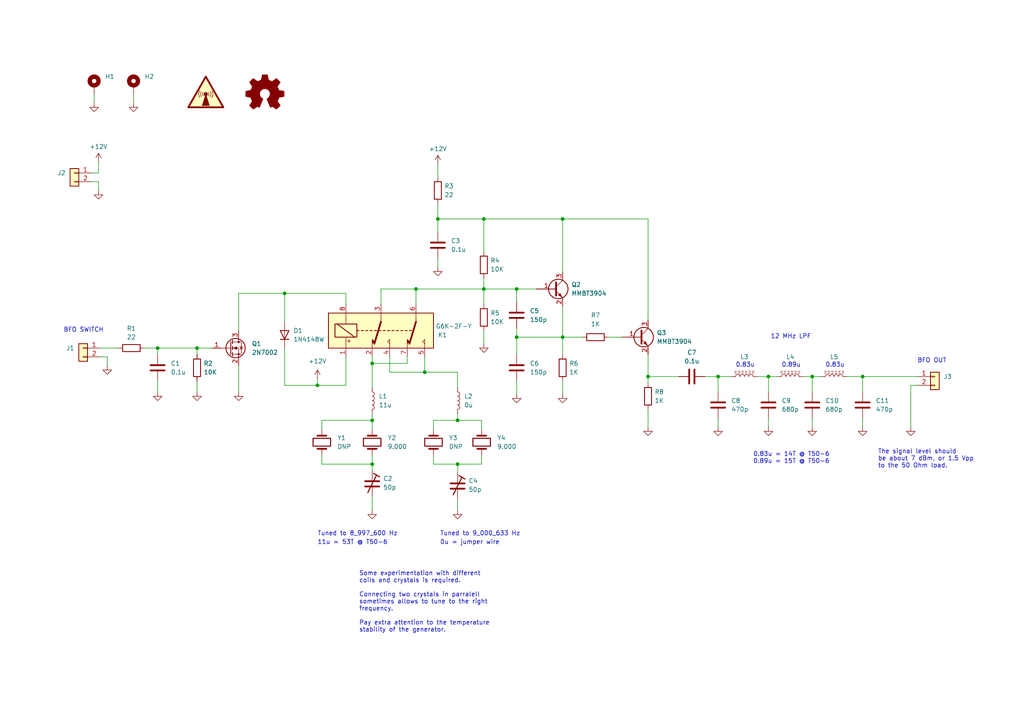
<source format=kicad_sch>
(kicad_sch (version 20230121) (generator eeschema)
  (paper "A4")
  (title_block (title "HBR/MK2 BFO Board") (date "2024-02-03") (rev "1.0"))
  (lib_symbols
    (symbol "Connector_Generic:Conn_01x02" (pin_names (offset 1.016) hide)
      (property "Reference" "J" (at 0 2.54 0))
      (property "Value" "Conn_01x02" (at 0 -5.08 0))
      (symbol "Conn_01x02_1_1"
        (rectangle (start -1.27 -2.413) (end 0 -2.667) (stroke (width 0.1524)))
        (rectangle (start -1.27 0.127) (end 0 -0.127) (stroke (width 0.1524)))
        (rectangle (start -1.27 1.27) (end 1.27 -3.81) (stroke (width 0.254)) (fill (type background)))
        (pin passive line (at -5.08 0 0) (length 3.81) (name "Pin_1") (number "1"))
        (pin passive line (at -5.08 -2.54 0) (length 3.81) (name "Pin_2") (number "2"))
      )
    )
    (symbol "Device:C" (pin_numbers hide) (pin_names (offset 0.254))
      (property "Reference" "C" (at 0.635 2.54 0))
      (property "Value" "C" (at 0.635 -2.54 0))
      (symbol "C_0_1"
        (polyline (pts (xy -2.032 -0.762) (xy 2.032 -0.762)) (stroke (width 0.508)))
        (polyline (pts (xy -2.032 0.762) (xy 2.032 0.762)) (stroke (width 0.508)))
      )
      (symbol "C_1_1"
        (pin passive line (at 0 3.81 270) (length 2.794) (name "~") (number "1"))
        (pin passive line (at 0 -3.81 90) (length 2.794) (name "~") (number "2"))
      )
    )
    (symbol "Device:C_Trim" (pin_numbers hide) (pin_names (offset 0.254) hide)
      (property "Reference" "C" (at 1.524 -2.032 0))
      (property "Value" "C_Trim" (at 3.048 -3.556 0))
      (symbol "C_Trim_0_1"
        (polyline (pts (xy -2.032 -0.762) (xy 2.032 -0.762)) (stroke (width 0.508)))
        (polyline (pts (xy -2.032 0.762) (xy 2.032 0.762)) (stroke (width 0.508)))
        (polyline (pts (xy 1.27 2.54) (xy -1.27 -2.54)) (stroke (width 0.3048)))
        (polyline (pts (xy 1.27 2.54) (xy 0.381 3.048)) (stroke (width 0.3048)))
        (polyline (pts (xy 1.27 2.54) (xy 2.159 2.032)) (stroke (width 0.3048)))
      )
      (symbol "C_Trim_1_1"
        (pin passive line (at 0 3.81 270) (length 3.048) (name "~") (number "1"))
        (pin passive line (at 0 -3.81 90) (length 3.048) (name "~") (number "2"))
      )
    )
    (symbol "Device:Crystal" (pin_numbers hide) (pin_names (offset 1.016) hide)
      (property "Reference" "Y" (at 0 3.81 0))
      (property "Value" "Crystal" (at 0 -3.81 0))
      (symbol "Crystal_0_1"
        (rectangle (start -1.143 2.54) (end 1.143 -2.54) (stroke (width 0.3048)))
        (polyline (pts (xy -2.54 0) (xy -1.905 0)))
        (polyline (pts (xy -1.905 -1.27) (xy -1.905 1.27)) (stroke (width 0.508)))
        (polyline (pts (xy 1.905 -1.27) (xy 1.905 1.27)) (stroke (width 0.508)))
        (polyline (pts (xy 2.54 0) (xy 1.905 0)))
      )
      (symbol "Crystal_1_1"
        (pin passive line (at -3.81 0 0) (length 1.27) (name "1") (number "1"))
        (pin passive line (at 3.81 0 180) (length 1.27) (name "2") (number "2"))
      )
    )
    (symbol "Device:L" (pin_numbers hide) (pin_names (offset 1.016) hide)
      (property "Reference" "L" (at -1.27 0 90))
      (property "Value" "L" (at 1.905 0 90))
      (symbol "L_0_1"
        (arc (start 0 -2.54) (mid 0.6323 -1.905) (end 0 -1.27))
        (arc (start 0 -1.27) (mid 0.6323 -0.635) (end 0 0))
        (arc (start 0 0) (mid 0.6323 0.635) (end 0 1.27))
        (arc (start 0 1.27) (mid 0.6323 1.905) (end 0 2.54))
      )
      (symbol "L_1_1"
        (pin passive line (at 0 3.81 270) (length 1.27) (name "1") (number "1"))
        (pin passive line (at 0 -3.81 90) (length 1.27) (name "2") (number "2"))
      )
    )
    (symbol "Device:L_Ferrite" (pin_numbers hide) (pin_names (offset 1.016) hide)
      (property "Reference" "L" (at -1.27 0 90))
      (property "Value" "L_Ferrite" (at 2.794 0 90))
      (symbol "L_Ferrite_0_1"
        (arc (start 0 -2.54) (mid 0.6323 -1.905) (end 0 -1.27))
        (arc (start 0 -1.27) (mid 0.6323 -0.635) (end 0 0))
        (polyline (pts (xy 1.016 -2.794) (xy 1.016 -2.286)))
        (polyline (pts (xy 1.016 -1.778) (xy 1.016 -1.27)))
        (polyline (pts (xy 1.016 -0.762) (xy 1.016 -0.254)))
        (polyline (pts (xy 1.016 0.254) (xy 1.016 0.762)))
        (polyline (pts (xy 1.016 1.27) (xy 1.016 1.778)))
        (polyline (pts (xy 1.016 2.286) (xy 1.016 2.794)))
        (polyline (pts (xy 1.524 -2.286) (xy 1.524 -2.794)))
        (polyline (pts (xy 1.524 -1.27) (xy 1.524 -1.778)))
        (polyline (pts (xy 1.524 -0.254) (xy 1.524 -0.762)))
        (polyline (pts (xy 1.524 0.762) (xy 1.524 0.254)))
        (polyline (pts (xy 1.524 1.778) (xy 1.524 1.27)))
        (polyline (pts (xy 1.524 2.794) (xy 1.524 2.286)))
        (arc (start 0 0) (mid 0.6323 0.635) (end 0 1.27))
        (arc (start 0 1.27) (mid 0.6323 1.905) (end 0 2.54))
      )
      (symbol "L_Ferrite_1_1"
        (pin passive line (at 0 3.81 270) (length 1.27) (name "1") (number "1"))
        (pin passive line (at 0 -3.81 90) (length 1.27) (name "2") (number "2"))
      )
    )
    (symbol "Device:R" (pin_numbers hide) (pin_names (offset 0))
      (property "Reference" "R" (at 2.032 0 90))
      (property "Value" "R" (at 0 0 90))
      (symbol "R_0_1"
        (rectangle (start -1.016 -2.54) (end 1.016 2.54) (stroke (width 0.254)))
      )
      (symbol "R_1_1"
        (pin passive line (at 0 3.81 270) (length 1.27) (name "~") (number "1"))
        (pin passive line (at 0 -3.81 90) (length 1.27) (name "~") (number "2"))
      )
    )
    (symbol "Diode:1N4148W" (pin_numbers hide) (pin_names hide)
      (property "Reference" "D" (at 0 2.54 0))
      (property "Value" "1N4148W" (at 0 -2.54 0))
      (symbol "1N4148W_0_1"
        (polyline (pts (xy -1.27 1.27) (xy -1.27 -1.27)) (stroke (width 0.254)))
        (polyline (pts (xy 1.27 0) (xy -1.27 0)))
        (polyline (pts (xy 1.27 1.27) (xy 1.27 -1.27) (xy -1.27 0) (xy 1.27 1.27)) (stroke (width 0.254)))
      )
      (symbol "1N4148W_1_1"
        (pin passive line (at -3.81 0 0) (length 2.54) (name "K") (number "1"))
        (pin passive line (at 3.81 0 180) (length 2.54) (name "A") (number "2"))
      )
    )
    (symbol "Graphic:Logo_Open_Hardware_Small" (in_bom no) (on_board no)
      (symbol "Logo_Open_Hardware_Small_0_1"
        (polyline (pts (xy 3.3528 -4.3434) (xy 3.302 -4.318) (xy 3.175 -4.2418) (xy 2.9972 -4.1148) (xy 2.7686 -3.9624) (xy 2.54 -3.81) (xy 2.3622 -3.7084) (xy 2.2352 -3.6068) (xy 2.1844 -3.5814) (xy 2.159 -3.6068) (xy 2.0574 -3.6576) (xy 1.905 -3.7338) (xy 1.8034 -3.7846) (xy 1.6764 -3.8354) (xy 1.6002 -3.8354) (xy 1.6002 -3.8354) (xy 1.5494 -3.7338) (xy 1.4732 -3.5306) (xy 1.3462 -3.302) (xy 1.2446 -3.0226) (xy 1.1176 -2.7178) (xy 0.9652 -2.413) (xy 0.8636 -2.1082) (xy 0.7366 -1.8288) (xy 0.6604 -1.6256) (xy 0.6096 -1.4732) (xy 0.5842 -1.397) (xy 0.5842 -1.397) (xy 0.6604 -1.3208) (xy 0.7874 -1.2446) (xy 1.0414 -1.016) (xy 1.2954 -0.6858) (xy 1.4478 -0.3302) (xy 1.524 0.0762) (xy 1.4732 0.4572) (xy 1.3208 0.8128) (xy 1.0668 1.143) (xy 0.762 1.3716) (xy 0.4064 1.524) (xy 0 1.5748) (xy -0.381 1.5494) (xy -0.7366 1.397) (xy -1.0668 1.143) (xy -1.2192 0.9906) (xy -1.397 0.6604) (xy -1.524 0.3048) (xy -1.524 0.2286) (xy -1.4986 -0.1778) (xy -1.397 -0.5334) (xy -1.1938 -0.8636) (xy -0.9144 -1.143) (xy -0.8636 -1.1684) (xy -0.7366 -1.27) (xy -0.635 -1.3462) (xy -0.5842 -1.397) (xy -1.0668 -2.5908) (xy -1.143 -2.794) (xy -1.2954 -3.1242) (xy -1.397 -3.4036) (xy -1.4986 -3.6322) (xy -1.5748 -3.7846) (xy -1.6002 -3.8354) (xy -1.6002 -3.8354) (xy -1.651 -3.8354) (xy -1.7272 -3.81) (xy -1.905 -3.7338) (xy -2.0066 -3.683) (xy -2.1336 -3.6068) (xy -2.2098 -3.5814) (xy -2.2606 -3.6068) (xy -2.3622 -3.683) (xy -2.54 -3.81) (xy -2.7686 -3.9624) (xy -2.9718 -4.0894) (xy -3.1496 -4.2164) (xy -3.302 -4.318) (xy -3.3528 -4.3434) (xy -3.3782 -4.3434) (xy -3.429 -4.318) (xy -3.5306 -4.2164) (xy -3.7084 -4.064) (xy -3.937 -3.8354) (xy -3.9624 -3.81) (xy -4.1656 -3.6068) (xy -4.318 -3.4544) (xy -4.4196 -3.3274) (xy -4.445 -3.2766) (xy -4.445 -3.2766) (xy -4.4196 -3.2258) (xy -4.318 -3.0734) (xy -4.2164 -2.8956) (xy -4.064 -2.667) (xy -3.6576 -2.0828) (xy -3.8862 -1.5494) (xy -3.937 -1.3716) (xy -4.0386 -1.1684) (xy -4.0894 -1.0414) (xy -4.1148 -0.9652) (xy -4.191 -0.9398) (xy -4.318 -0.9144) (xy -4.5466 -0.8636) (xy -4.8006 -0.8128) (xy -5.0546 -0.7874) (xy -5.2578 -0.7366) (xy -5.4356 -0.7112) (xy -5.5118 -0.6858) (xy -5.5118 -0.6858) (xy -5.5372 -0.635) (xy -5.5372 -0.5588) (xy -5.5372 -0.4318) (xy -5.5626 -0.2286) (xy -5.5626 0.0762) (xy -5.5626 0.127) (xy -5.5372 0.4064) (xy -5.5372 0.635) (xy -5.5372 0.762) (xy -5.5372 0.8382) (xy -5.5372 0.8382) (xy -5.461 0.8382) (xy -5.3086 0.889) (xy -5.08 0.9144) (xy -4.826 0.9652) (xy -4.8006 0.9906) (xy -4.5466 1.0414) (xy -4.318 1.0668) (xy -4.1656 1.1176) (xy -4.0894 1.143) (xy -4.0894 1.143) (xy -4.0386 1.2446) (xy -3.9624 1.4224) (xy -3.8608 1.6256) (xy -3.7846 1.8288) (xy -3.7084 2.0066) (xy -3.6576 2.159) (xy -3.6322 2.2098) (xy -3.6322 2.2098) (xy -3.683 2.286) (xy -3.7592 2.413) (xy -3.8862 2.5908) (xy -4.064 2.8194) (xy -4.064 2.8448) (xy -4.2164 3.0734) (xy -4.3434 3.2512) (xy -4.4196 3.3782) (xy -4.445 3.4544) (xy -4.445 3.4544) (xy -4.3942 3.5052) (xy -4.2926 3.6322) (xy -4.1148 3.81) (xy -3.937 4.0132) (xy -3.8608 4.064) (xy -3.6576 4.2926) (xy -3.5052 4.4196) (xy -3.4036 4.4958) (xy -3.3528 4.5212) (xy -3.3528 4.5212) (xy -3.302 4.4704) (xy -3.1496 4.3688) (xy -2.9718 4.2418) (xy -2.7432 4.0894) (xy -2.7178 4.0894) (xy -2.4892 3.937) (xy -2.3114 3.81) (xy -2.1844 3.7084) (xy -2.1336 3.683) (xy -2.1082 3.683) (xy -2.032 3.7084) (xy -1.8542 3.7592) (xy -1.6764 3.8354) (xy -1.4732 3.937) (xy -1.27 4.0132) (xy -1.143 4.064) (xy -1.0668 4.1148) (xy -1.0668 4.1148) (xy -1.0414 4.191) (xy -1.016 4.3434) (xy -0.9652 4.572) (xy -0.9144 4.8514) (xy -0.889 4.9022) (xy -0.8382 5.1562) (xy -0.8128 5.3848) (xy -0.7874 5.5372) (xy -0.762 5.588) (xy -0.7112 5.6134) (xy -0.5842 5.6134) (xy -0.4064 5.6134) (xy -0.1524 5.6134) (xy 0.0762 5.6134) (xy 0.3302 5.6134) (xy 0.5334 5.6134) (xy 0.6858 5.588) (xy 0.7366 5.588) (xy 0.7366 5.588) (xy 0.762 5.5118) (xy 0.8128 5.334) (xy 0.8382 5.1054) (xy 0.9144 4.826) (xy 0.9144 4.7752) (xy 0.9652 4.5212) (xy 1.016 4.2926) (xy 1.0414 4.1402) (xy 1.0668 4.0894) (xy 1.0668 4.0894) (xy 1.1938 4.0386) (xy 1.3716 3.9624) (xy 1.5748 3.8608) (xy 2.0828 3.6576) (xy 2.7178 4.0894) (xy 2.7686 4.1402) (xy 2.9972 4.2926) (xy 3.175 4.4196) (xy 3.302 4.4958) (xy 3.3782 4.5212) (xy 3.3782 4.5212) (xy 3.429 4.4704) (xy 3.556 4.3434) (xy 3.7338 4.191) (xy 3.9116 3.9878) (xy 4.064 3.8354) (xy 4.2418 3.6576) (xy 4.3434 3.556) (xy 4.4196 3.4798) (xy 4.4196 3.429) (xy 4.4196 3.4036) (xy 4.3942 3.3274) (xy 4.2926 3.2004) (xy 4.1656 2.9972) (xy 4.0132 2.794) (xy 3.8862 2.5908) (xy 3.7592 2.3876) (xy 3.6576 2.2352) (xy 3.6322 2.159) (xy 3.6322 2.1336) (xy 3.683 2.0066) (xy 3.7592 1.8288) (xy 3.8608 1.6002) (xy 4.064 1.1176) (xy 4.3942 1.0414) (xy 4.5974 1.016) (xy 4.8768 0.9652) (xy 5.1308 0.9144) (xy 5.5372 0.8382) (xy 5.5626 -0.6604) (xy 5.4864 -0.6858) (xy 5.4356 -0.6858) (xy 5.2832 -0.7366) (xy 5.0546 -0.762) (xy 4.8006 -0.8128) (xy 4.5974 -0.8636) (xy 4.3688 -0.9144) (xy 4.2164 -0.9398) (xy 4.1402 -0.9398) (xy 4.1148 -0.9652) (xy 4.064 -1.0668) (xy 3.9878 -1.2446) (xy 3.9116 -1.4478) (xy 3.81 -1.651) (xy 3.7338 -1.8542) (xy 3.683 -2.0066) (xy 3.6576 -2.0828) (xy 3.683 -2.1336) (xy 3.7846 -2.2606) (xy 3.8862 -2.4638) (xy 4.0386 -2.667) (xy 4.191 -2.8956) (xy 4.318 -3.0734) (xy 4.3942 -3.2004) (xy 4.445 -3.2766) (xy 4.4196 -3.3274) (xy 4.3434 -3.429) (xy 4.1656 -3.5814) (xy 3.937 -3.8354) (xy 3.8862 -3.8608) (xy 3.683 -4.064) (xy 3.5306 -4.2164) (xy 3.4036 -4.318) (xy 3.3528 -4.3434)) (fill (type outline)))
      )
    )
    (symbol "Graphic:SYM_Radio_Waves_Large" (in_bom no) (on_board no)
      (symbol "SYM_Radio_Waves_Large_0_1"
        (arc (start -1.778 -0.254) (mid -2.0478 -1.27) (end -1.778 -2.286))
        (arc (start -1.27 -0.508) (mid -1.4811 -1.27) (end -1.27 -2.032))
        (arc (start -0.762 -0.762) (mid -0.9158 -1.27) (end -0.762 -1.778))
        (circle (center 0 -1.27) (radius 0.508) (fill (type outline)))
        (polyline (pts (xy -5.08 -5.08) (xy 5.08 -5.08) (xy 0 3.81) (xy -5.08 -5.08)) (stroke (width 0.508)) (fill (type background)))
        (polyline (pts (xy -1.016 -4.572) (xy 1.016 -4.572) (xy 0 -1.27) (xy -1.016 -4.572)) (fill (type outline)))
        (arc (start 0.762 -1.778) (mid 0.9158 -1.27) (end 0.762 -0.762))
        (arc (start 1.27 -2.032) (mid 1.4811 -1.27) (end 1.27 -0.508))
        (arc (start 1.778 -2.286) (mid 2.0478 -1.27) (end 1.778 -0.254))
      )
    )
    (symbol "Mechanical:MountingHole_Pad" (pin_numbers hide) (pin_names (offset 1.016) hide)
      (property "Reference" "H" (at 0 6.35 0))
      (property "Value" "MountingHole_Pad" (at 0 4.445 0))
      (symbol "MountingHole_Pad_0_1"
        (circle (center 0 1.27) (radius 1.27) (stroke (width 1.27)))
      )
      (symbol "MountingHole_Pad_1_1"
        (pin input line (at 0 -2.54 90) (length 2.54) (name "1") (number "1"))
      )
    )
    (symbol "Relay:G6K-2"
      (property "Reference" "K" (at 16.51 3.81 0))
      (property "Value" "G6K-2" (at 16.51 1.27 0))
      (symbol "G6K-2_0_0"
        (text "+" (at -9.271 2.921 0) (effects (font (size 1.27 1.27))))
      )
      (symbol "G6K-2_0_1"
        (rectangle (start -15.24 5.08) (end 15.24 -5.08) (stroke (width 0.254)) (fill (type background)))
        (rectangle (start -13.335 1.905) (end -6.985 -1.905) (stroke (width 0.254)))
        (polyline (pts (xy -12.7 -1.905) (xy -7.62 1.905)) (stroke (width 0.254)))
        (polyline (pts (xy -10.16 -5.08) (xy -10.16 -1.905)))
        (polyline (pts (xy -10.16 5.08) (xy -10.16 1.905)))
        (polyline (pts (xy -6.985 0) (xy -6.35 0)) (stroke (width 0.254)))
        (polyline (pts (xy -5.715 0) (xy -5.08 0)) (stroke (width 0.254)))
        (polyline (pts (xy -4.445 0) (xy -3.81 0)) (stroke (width 0.254)))
        (polyline (pts (xy -3.175 0) (xy -2.54 0)) (stroke (width 0.254)))
        (polyline (pts (xy -1.905 0) (xy -1.27 0)) (stroke (width 0.254)))
        (polyline (pts (xy -0.635 0) (xy 0 0)) (stroke (width 0.254)))
        (polyline (pts (xy 0 -2.54) (xy -1.905 3.81)) (stroke (width 0.508)))
        (polyline (pts (xy 0 -2.54) (xy 0 -5.08)))
        (polyline (pts (xy 0.635 0) (xy 1.27 0)) (stroke (width 0.254)))
        (polyline (pts (xy 1.905 0) (xy 2.54 0)) (stroke (width 0.254)))
        (polyline (pts (xy 3.175 0) (xy 3.81 0)) (stroke (width 0.254)))
        (polyline (pts (xy 4.445 0) (xy 5.08 0)) (stroke (width 0.254)))
        (polyline (pts (xy 5.715 0) (xy 6.35 0)) (stroke (width 0.254)))
        (polyline (pts (xy 6.985 0) (xy 7.62 0)) (stroke (width 0.254)))
        (polyline (pts (xy 8.255 0) (xy 8.89 0)) (stroke (width 0.254)))
        (polyline (pts (xy 10.16 -2.54) (xy 8.255 3.81)) (stroke (width 0.508)))
        (polyline (pts (xy 10.16 -2.54) (xy 10.16 -5.08)))
        (polyline (pts (xy -2.54 5.08) (xy -2.54 2.54) (xy -1.905 3.175) (xy -2.54 3.81)) (fill (type outline)))
        (polyline (pts (xy 2.54 5.08) (xy 2.54 2.54) (xy 1.905 3.175) (xy 2.54 3.81)))
        (polyline (pts (xy 7.62 5.08) (xy 7.62 2.54) (xy 8.255 3.175) (xy 7.62 3.81)) (fill (type outline)))
        (polyline (pts (xy 12.7 5.08) (xy 12.7 2.54) (xy 12.065 3.175) (xy 12.7 3.81)))
      )
      (symbol "G6K-2_1_1"
        (pin passive line (at -10.16 7.62 270) (length 2.54) (name "~") (number "1"))
        (pin passive line (at -2.54 7.62 270) (length 2.54) (name "~") (number "2"))
        (pin passive line (at 0 -7.62 90) (length 2.54) (name "~") (number "3"))
        (pin passive line (at 2.54 7.62 270) (length 2.54) (name "~") (number "4"))
        (pin passive line (at 12.7 7.62 270) (length 2.54) (name "~") (number "5"))
        (pin passive line (at 10.16 -7.62 90) (length 2.54) (name "~") (number "6"))
        (pin passive line (at 7.62 7.62 270) (length 2.54) (name "~") (number "7"))
        (pin passive line (at -10.16 -7.62 90) (length 2.54) (name "~") (number "8"))
      )
    )
    (symbol "Transistor_BJT:MMBT3904" (pin_names (offset 0) hide)
      (property "Reference" "Q" (at 5.08 1.905 0))
      (property "Value" "MMBT3904" (at 5.08 0 0))
      (symbol "MMBT3904_0_1"
        (polyline (pts (xy 0.635 0.635) (xy 2.54 2.54)))
        (polyline (pts (xy 0.635 -0.635) (xy 2.54 -2.54) (xy 2.54 -2.54)))
        (polyline (pts (xy 0.635 1.905) (xy 0.635 -1.905) (xy 0.635 -1.905)) (stroke (width 0.508)))
        (polyline (pts (xy 1.27 -1.778) (xy 1.778 -1.27) (xy 2.286 -2.286) (xy 1.27 -1.778) (xy 1.27 -1.778)) (fill (type outline)))
        (circle (center 1.27 0) (radius 2.8194) (stroke (width 0.254)))
      )
      (symbol "MMBT3904_1_1"
        (pin input line (at -5.08 0 0) (length 5.715) (name "B") (number "1"))
        (pin passive line (at 2.54 -5.08 90) (length 2.54) (name "E") (number "2"))
        (pin passive line (at 2.54 5.08 270) (length 2.54) (name "C") (number "3"))
      )
    )
    (symbol "Transistor_FET:2N7002" (pin_names hide)
      (property "Reference" "Q" (at 5.08 1.905 0))
      (property "Value" "2N7002" (at 5.08 0 0))
      (symbol "2N7002_0_1"
        (polyline (pts (xy 0.254 0) (xy -2.54 0)))
        (polyline (pts (xy 0.254 1.905) (xy 0.254 -1.905)) (stroke (width 0.254)))
        (polyline (pts (xy 0.762 -1.27) (xy 0.762 -2.286)) (stroke (width 0.254)))
        (polyline (pts (xy 0.762 0.508) (xy 0.762 -0.508)) (stroke (width 0.254)))
        (polyline (pts (xy 0.762 2.286) (xy 0.762 1.27)) (stroke (width 0.254)))
        (polyline (pts (xy 2.54 2.54) (xy 2.54 1.778)))
        (polyline (pts (xy 2.54 -2.54) (xy 2.54 0) (xy 0.762 0)))
        (polyline (pts (xy 0.762 -1.778) (xy 3.302 -1.778) (xy 3.302 1.778) (xy 0.762 1.778)))
        (polyline (pts (xy 1.016 0) (xy 2.032 0.381) (xy 2.032 -0.381) (xy 1.016 0)) (fill (type outline)))
        (polyline (pts (xy 2.794 0.508) (xy 2.921 0.381) (xy 3.683 0.381) (xy 3.81 0.254)))
        (polyline (pts (xy 3.302 0.381) (xy 2.921 -0.254) (xy 3.683 -0.254) (xy 3.302 0.381)))
        (circle (center 1.651 0) (radius 2.794) (stroke (width 0.254)))
        (circle (center 2.54 -1.778) (radius 0.254) (fill (type outline)))
        (circle (center 2.54 1.778) (radius 0.254) (fill (type outline)))
      )
      (symbol "2N7002_1_1"
        (pin input line (at -5.08 0 0) (length 2.54) (name "G") (number "1"))
        (pin passive line (at 2.54 -5.08 90) (length 2.54) (name "S") (number "2"))
        (pin passive line (at 2.54 5.08 270) (length 2.54) (name "D") (number "3"))
      )
    )
    (symbol "power:+12V" (power) (pin_names (offset 0))
      (property "Value" "+12V" (at 0 3.556 0))
      (symbol "+12V_0_1"
        (polyline (pts (xy -0.762 1.27) (xy 0 2.54)))
        (polyline (pts (xy 0 0) (xy 0 2.54)))
        (polyline (pts (xy 0 2.54) (xy 0.762 1.27)))
      )
      (symbol "+12V_1_1"
        (pin power_in line (at 0 0 90) (length 0) hide (name "+12V") (number "1"))
      )
    )
    (symbol "power:GND" (power) (pin_names (offset 0))
      (property "Value" "GND" (at 0 -3.81 0))
      (symbol "GND_0_1"
        (polyline (pts (xy 0 0) (xy 0 -1.27) (xy 1.27 -1.27) (xy 0 -2.54) (xy -1.27 -1.27) (xy 0 -1.27)))
      )
      (symbol "GND_1_1"
        (pin power_in line (at 0 0 270) (length 0) hide (name "GND") (number "1"))
      )
    )
  )
  (junction (at 163.195 63.5))
  (junction (at 82.55 85.09))
  (junction (at 250.19 109.22))
  (junction (at 123.19 107.95))
  (junction (at 132.715 121.92))
  (junction (at 140.335 63.5))
  (junction (at 127 63.5))
  (junction (at 149.86 97.79))
  (junction (at 107.95 105.41))
  (junction (at 107.95 134.62))
  (junction (at 120.65 83.82))
  (junction (at 107.95 121.92))
  (junction (at 163.195 97.79))
  (junction (at 208.28 109.22))
  (junction (at 187.96 109.22))
  (junction (at 57.15 100.965))
  (junction (at 149.86 83.82))
  (junction (at 45.72 100.965))
  (junction (at 92.075 111.76))
  (junction (at 140.335 83.82))
  (junction (at 222.885 109.22))
  (junction (at 132.715 134.62))
  (junction (at 235.585 109.22))
  (wire (pts (xy 140.335 63.5) (xy 163.195 63.5)))
  (wire (pts (xy 123.19 107.95) (xy 132.715 107.95)))
  (wire (pts (xy 27.305 27.305) (xy 27.305 29.845)))
  (wire (pts (xy 107.95 134.62) (xy 107.95 136.525)))
  (wire (pts (xy 233.045 109.22) (xy 235.585 109.22)))
  (wire (pts (xy 132.715 134.62) (xy 132.715 137.16)))
  (wire (pts (xy 187.96 109.22) (xy 187.96 111.125)))
  (wire (pts (xy 57.15 100.965) (xy 57.15 102.87)))
  (wire (pts (xy 222.885 109.22) (xy 225.425 109.22)))
  (wire (pts (xy 140.335 95.885) (xy 140.335 99.695)))
  (wire (pts (xy 222.885 109.22) (xy 222.885 113.665)))
  (wire (pts (xy 163.195 97.79) (xy 168.91 97.79)))
  (wire (pts (xy 187.96 63.5) (xy 163.195 63.5)))
  (wire (pts (xy 125.73 121.92) (xy 132.715 121.92)))
  (wire (pts (xy 264.16 111.76) (xy 266.065 111.76)))
  (wire (pts (xy 204.47 109.22) (xy 208.28 109.22)))
  (wire (pts (xy 208.28 109.22) (xy 208.28 113.665)))
  (wire (pts (xy 163.195 88.9) (xy 163.195 97.79)))
  (wire (pts (xy 127 63.5) (xy 127 67.31)))
  (wire (pts (xy 219.71 109.22) (xy 222.885 109.22)))
  (wire (pts (xy 118.11 105.41) (xy 118.11 103.505)))
  (wire (pts (xy 163.195 63.5) (xy 163.195 78.74)))
  (wire (pts (xy 187.96 109.22) (xy 196.85 109.22)))
  (wire (pts (xy 149.86 95.25) (xy 149.86 97.79)))
  (wire (pts (xy 132.715 121.92) (xy 132.715 120.015)))
  (wire (pts (xy 163.195 97.79) (xy 163.195 102.87)))
  (wire (pts (xy 57.15 110.49) (xy 57.15 113.665)))
  (wire (pts (xy 127 63.5) (xy 140.335 63.5)))
  (wire (pts (xy 110.49 88.265) (xy 110.49 83.82)))
  (wire (pts (xy 110.49 83.82) (xy 120.65 83.82)))
  (wire (pts (xy 139.7 121.92) (xy 139.7 124.46)))
  (wire (pts (xy 113.03 103.505) (xy 113.03 107.95)))
  (wire (pts (xy 140.335 63.5) (xy 140.335 73.025)))
  (wire (pts (xy 187.96 63.5) (xy 187.96 92.71)))
  (wire (pts (xy 245.745 109.22) (xy 250.19 109.22)))
  (wire (pts (xy 235.585 121.285) (xy 235.585 123.825)))
  (wire (pts (xy 250.19 109.22) (xy 266.065 109.22)))
  (wire (pts (xy 132.715 144.78) (xy 132.715 147.955)))
  (wire (pts (xy 69.215 106.045) (xy 69.215 113.665)))
  (wire (pts (xy 93.345 121.92) (xy 107.95 121.92)))
  (wire (pts (xy 176.53 97.79) (xy 180.34 97.79)))
  (wire (pts (xy 28.575 50.165) (xy 28.575 46.99)))
  (wire (pts (xy 93.345 134.62) (xy 107.95 134.62)))
  (wire (pts (xy 208.28 121.285) (xy 208.28 123.825)))
  (wire (pts (xy 113.03 107.95) (xy 123.19 107.95)))
  (wire (pts (xy 38.735 27.305) (xy 38.735 29.845)))
  (wire (pts (xy 92.075 111.76) (xy 100.33 111.76)))
  (wire (pts (xy 107.95 144.145) (xy 107.95 147.955)))
  (wire (pts (xy 250.19 121.285) (xy 250.19 123.825)))
  (wire (pts (xy 28.575 52.705) (xy 28.575 55.245)))
  (wire (pts (xy 107.95 105.41) (xy 107.95 112.395)))
  (wire (pts (xy 45.72 100.965) (xy 57.15 100.965)))
  (wire (pts (xy 82.55 100.965) (xy 82.55 111.76)))
  (wire (pts (xy 92.075 109.855) (xy 92.075 111.76)))
  (wire (pts (xy 187.96 102.87) (xy 187.96 109.22)))
  (wire (pts (xy 208.28 109.22) (xy 212.09 109.22)))
  (wire (pts (xy 132.715 134.62) (xy 139.7 134.62)))
  (wire (pts (xy 125.73 134.62) (xy 132.715 134.62)))
  (wire (pts (xy 140.335 83.82) (xy 140.335 88.265)))
  (wire (pts (xy 41.91 100.965) (xy 45.72 100.965)))
  (wire (pts (xy 264.16 123.825) (xy 264.16 111.76)))
  (wire (pts (xy 127 59.055) (xy 127 63.5)))
  (wire (pts (xy 57.15 100.965) (xy 61.595 100.965)))
  (wire (pts (xy 93.345 124.46) (xy 93.345 121.92)))
  (wire (pts (xy 127 74.93) (xy 127 77.47)))
  (wire (pts (xy 222.885 121.285) (xy 222.885 123.825)))
  (wire (pts (xy 107.95 121.92) (xy 107.95 120.015)))
  (wire (pts (xy 235.585 109.22) (xy 235.585 113.665)))
  (wire (pts (xy 107.95 105.41) (xy 118.11 105.41)))
  (wire (pts (xy 69.215 85.09) (xy 69.215 95.885)))
  (wire (pts (xy 26.67 50.165) (xy 28.575 50.165)))
  (wire (pts (xy 120.65 83.82) (xy 140.335 83.82)))
  (wire (pts (xy 107.95 124.46) (xy 107.95 121.92)))
  (wire (pts (xy 31.115 103.505) (xy 29.21 103.505)))
  (wire (pts (xy 127 47.625) (xy 127 51.435)))
  (wire (pts (xy 69.215 85.09) (xy 82.55 85.09)))
  (wire (pts (xy 155.575 83.82) (xy 149.86 83.82)))
  (wire (pts (xy 125.73 124.46) (xy 125.73 121.92)))
  (wire (pts (xy 29.21 100.965) (xy 34.29 100.965)))
  (wire (pts (xy 107.95 132.08) (xy 107.95 134.62)))
  (wire (pts (xy 120.65 83.82) (xy 120.65 88.265)))
  (wire (pts (xy 100.33 85.09) (xy 100.33 88.265)))
  (wire (pts (xy 93.345 132.08) (xy 93.345 134.62)))
  (wire (pts (xy 140.335 83.82) (xy 140.335 80.645)))
  (wire (pts (xy 125.73 132.08) (xy 125.73 134.62)))
  (wire (pts (xy 123.19 103.505) (xy 123.19 107.95)))
  (wire (pts (xy 31.115 103.505) (xy 31.115 106.045)))
  (wire (pts (xy 100.33 111.76) (xy 100.33 103.505)))
  (wire (pts (xy 45.72 100.965) (xy 45.72 102.87)))
  (wire (pts (xy 82.55 85.09) (xy 82.55 93.345)))
  (wire (pts (xy 132.715 121.92) (xy 139.7 121.92)))
  (wire (pts (xy 187.96 118.745) (xy 187.96 123.825)))
  (wire (pts (xy 163.195 110.49) (xy 163.195 114.3)))
  (wire (pts (xy 235.585 109.22) (xy 238.125 109.22)))
  (wire (pts (xy 132.715 107.95) (xy 132.715 112.395)))
  (wire (pts (xy 149.86 110.49) (xy 149.86 114.3)))
  (wire (pts (xy 149.86 83.82) (xy 140.335 83.82)))
  (wire (pts (xy 107.95 103.505) (xy 107.95 105.41)))
  (wire (pts (xy 82.55 85.09) (xy 100.33 85.09)))
  (wire (pts (xy 82.55 111.76) (xy 92.075 111.76)))
  (wire (pts (xy 26.67 52.705) (xy 28.575 52.705)))
  (wire (pts (xy 149.86 97.79) (xy 149.86 102.87)))
  (wire (pts (xy 149.86 97.79) (xy 163.195 97.79)))
  (wire (pts (xy 139.7 134.62) (xy 139.7 132.08)))
  (wire (pts (xy 250.19 109.22) (xy 250.19 113.665)))
  (wire (pts (xy 149.86 83.82) (xy 149.86 87.63)))
  (wire (pts (xy 45.72 110.49) (xy 45.72 113.665)))
  (text "BFO SWITCH" (at 18.415 96.52 0) (effects (font (size 1.27 1.27)) (justify left bottom)))
  (text "The signal level should\nbe about 7 dBm, or 1.5 Vpp\nto the 50 Ohm load." (at 254.635 135.89 0) (effects (font (size 1.27 1.27)) (justify left bottom)))
  (text "Some experimentation with different\ncoils and crystals is required.\n\nConnecting two crystals in parralell\nsometimes allows to tune to the right\nfrequency.\n\nPay extra attention to the temperature\nstability of the generator." (at 104.14 183.515 0) (effects (font (size 1.27 1.27)) (justify left bottom)))
  (text "0.83u" (at 213.36 106.68 0) (effects (font (size 1.27 1.27)) (justify left bottom)))
  (text "Tuned to 9_000_633 Hz" (at 127.635 155.575 0) (effects (font (size 1.27 1.27)) (justify left bottom)))
  (text "11u = 53T @ T50-6" (at 92.075 158.115 0) (effects (font (size 1.27 1.27)) (justify left bottom)))
  (text "0u = jumper wire" (at 127.635 158.115 0) (effects (font (size 1.27 1.27)) (justify left bottom)))
  (text "0.89u" (at 226.695 106.68 0) (effects (font (size 1.27 1.27)) (justify left bottom)))
  (text "0.83u" (at 239.395 106.68 0) (effects (font (size 1.27 1.27)) (justify left bottom)))
  (text "Tuned to 8_997_600 Hz" (at 92.075 155.575 0) (effects (font (size 1.27 1.27)) (justify left bottom)))
  (text "12 MHz LPF" (at 223.52 98.425 0) (effects (font (size 1.27 1.27)) (justify left bottom)))
  (text "0.83u = 14T @ T50-6\n0.89u = 15T @ T50-6" (at 218.44 134.62 0) (effects (font (size 1.27 1.27)) (justify left bottom)))
  (text "BFO OUT" (at 266.065 105.41 0) (effects (font (size 1.27 1.27)) (justify left bottom)))
  (symbol (lib_id "power:GND") (at 31.115 106.045 0) (unit 1)
    (property "Reference" "#PWR02" (effects hide))
    (property "Value" "GND" (effects hide))
  )
  (symbol (lib_id "Graphic:SYM_Radio_Waves_Large") (at 59.69 26.035 0) (unit 1) (in_bom no)
    (property "Reference" "SYM1" (effects hide))
    (property "Value" "SYM_Radio_Waves_Large" (effects hide))
    (property "Footprint" "Symbol:KiCad-Logo2_5mm_SilkScreen" (effects hide))
    (property "Sim.Enable" "0" (effects hide))
  )
  (symbol (lib_id "Device:Crystal") (at 139.7 128.27 90) (unit 1)
    (property "Reference" "Y4" (at 144.145 127 90) (effects (justify right)))
    (property "Value" "9.000" (at 144.145 129.54 90) (effects (justify right)))
    (property "Footprint" "Crystal:Crystal_HC49-U_Vertical" (effects hide))
  )
  (symbol (lib_id "Device:Crystal") (at 107.95 128.27 90) (unit 1)
    (property "Reference" "Y2" (at 112.395 127 90) (effects (justify right)))
    (property "Value" "9.000" (at 112.395 129.54 90) (effects (justify right)))
    (property "Footprint" "Crystal:Crystal_HC49-U_Vertical" (effects hide))
  )
  (symbol (lib_id "Transistor_BJT:MMBT3904") (at 185.42 97.79 0) (unit 1)
    (property "Reference" "Q3" (at 190.5 96.52 0) (effects (justify left)))
    (property "Value" "MMBT3904" (at 190.5 99.06 0) (effects (justify left)))
    (property "Footprint" "Package_TO_SOT_SMD:SOT-23" (effects hide))
    (property "Datasheet" "https://www.onsemi.com/pdf/datasheet/pzt3904-d.pdf" (effects hide))
  )
  (symbol (lib_id "power:GND") (at 69.215 113.665 0) (unit 1)
    (property "Reference" "#PWR08" (effects hide))
    (property "Value" "GND" (effects hide))
  )
  (symbol (lib_id "power:GND") (at 38.735 29.845 0) (unit 1)
    (property "Reference" "#PWR05" (effects hide))
    (property "Value" "GND" (effects hide))
  )
  (symbol (lib_id "Mechanical:MountingHole_Pad") (at 27.305 24.765 0) (unit 1) (in_bom no)
    (property "Reference" "H1" (at 30.48 22.225 0) (effects (justify left)))
    (property "Value" "MountingHole_Pad" (effects hide))
    (property "Footprint" "MountingHole:MountingHole_3.5mm_Pad_Via" (effects hide))
  )
  (symbol (lib_id "Mechanical:MountingHole_Pad") (at 38.735 24.765 0) (unit 1) (in_bom no)
    (property "Reference" "H2" (at 41.91 22.225 0) (effects (justify left)))
    (property "Value" "MountingHole_Pad" (effects hide))
    (property "Footprint" "MountingHole:MountingHole_3.5mm_Pad_Via" (effects hide))
  )
  (symbol (lib_id "Connector_Generic:Conn_01x02") (at 24.13 100.965 0) (mirror y) (unit 1) (in_bom no)
    (property "Reference" "J1" (at 21.59 100.965 0) (effects (justify left)))
    (property "Value" "Conn_01x02" (effects hide))
    (property "Footprint" "Connector_PinHeader_2.54mm:PinHeader_1x02_P2.54mm_Vertical" (effects hide))
  )
  (symbol (lib_id "Device:R") (at 140.335 92.075 0) (unit 1)
    (property "Reference" "R5" (at 142.24 90.805 0) (effects (justify left)))
    (property "Value" "10K" (at 142.24 93.345 0) (effects (justify left)))
    (property "Footprint" "Resistor_SMD:R_0805_2012Metric_Pad1.20x1.40mm_HandSolder" (effects hide))
  )
  (symbol (lib_id "Transistor_BJT:MMBT3904") (at 160.655 83.82 0) (unit 1)
    (property "Reference" "Q2" (at 165.735 82.55 0) (effects (justify left)))
    (property "Value" "MMBT3904" (at 165.735 85.09 0) (effects (justify left)))
    (property "Footprint" "Package_TO_SOT_SMD:SOT-23" (effects hide))
    (property "Datasheet" "https://www.onsemi.com/pdf/datasheet/pzt3904-d.pdf" (effects hide))
  )
  (symbol (lib_id "power:GND") (at 222.885 123.825 0) (unit 1)
    (property "Reference" "#PWR019" (effects hide))
    (property "Value" "GND" (effects hide))
  )
  (symbol (lib_id "power:GND") (at 27.305 29.845 0) (unit 1)
    (property "Reference" "#PWR01" (effects hide))
    (property "Value" "GND" (effects hide))
  )
  (symbol (lib_id "Device:R") (at 38.1 100.965 90) (unit 1)
    (property "Reference" "R1" (at 38.1 95.25 90))
    (property "Value" "22" (at 38.1 97.79 90))
    (property "Footprint" "Resistor_SMD:R_0805_2012Metric_Pad1.20x1.40mm_HandSolder" (effects hide))
  )
  (symbol (lib_id "power:GND") (at 132.715 147.955 0) (unit 1)
    (property "Reference" "#PWR013" (effects hide))
    (property "Value" "GND" (effects hide))
  )
  (symbol (lib_id "Transistor_FET:2N7002") (at 66.675 100.965 0) (unit 1)
    (property "Reference" "Q1" (at 73.025 99.695 0) (effects (justify left)))
    (property "Value" "2N7002" (at 73.025 102.235 0) (effects (justify left)))
    (property "Footprint" "Package_TO_SOT_SMD:SOT-23" (effects hide))
    (property "Datasheet" "https://www.onsemi.com/pub/Collateral/NDS7002A-D.PDF" (effects hide))
  )
  (symbol (lib_id "power:+12V") (at 127 47.625 0) (unit 1)
    (property "Reference" "#PWR011" (effects hide))
    (property "Value" "+12V" (at 127 43.18 0))
  )
  (symbol (lib_id "Device:R") (at 127 55.245 0) (unit 1)
    (property "Reference" "R3" (at 128.905 53.975 0) (effects (justify left)))
    (property "Value" "22" (at 128.905 56.515 0) (effects (justify left)))
    (property "Footprint" "Resistor_SMD:R_0805_2012Metric_Pad1.20x1.40mm_HandSolder" (effects hide))
  )
  (symbol (lib_id "power:GND") (at 149.86 114.3 0) (unit 1)
    (property "Reference" "#PWR015" (effects hide))
    (property "Value" "GND" (effects hide))
  )
  (symbol (lib_id "power:GND") (at 140.335 99.695 0) (unit 1)
    (property "Reference" "#PWR014" (effects hide))
    (property "Value" "GND" (effects hide))
  )
  (symbol (lib_id "Device:C") (at 222.885 117.475 0) (unit 1)
    (property "Reference" "C9" (at 226.695 116.205 0) (effects (justify left)))
    (property "Value" "680p" (at 226.695 118.745 0) (effects (justify left)))
    (property "Footprint" "Capacitor_SMD:C_0805_2012Metric_Pad1.18x1.45mm_HandSolder" (effects hide))
  )
  (symbol (lib_id "Device:R") (at 163.195 106.68 0) (unit 1)
    (property "Reference" "R6" (at 165.1 105.41 0) (effects (justify left)))
    (property "Value" "1K" (at 165.1 107.95 0) (effects (justify left)))
    (property "Footprint" "Resistor_SMD:R_0805_2012Metric_Pad1.20x1.40mm_HandSolder" (effects hide))
  )
  (symbol (lib_id "power:GND") (at 45.72 113.665 0) (unit 1)
    (property "Reference" "#PWR06" (effects hide))
    (property "Value" "GND" (effects hide))
  )
  (symbol (lib_id "Diode:1N4148W") (at 82.55 97.155 90) (unit 1)
    (property "Reference" "D1" (at 85.09 95.885 90) (effects (justify right)))
    (property "Value" "1N4148W" (at 85.09 98.425 90) (effects (justify right)))
    (property "Footprint" "Diode_SMD:D_SOD-123" (effects hide))
    (property "Datasheet" "https://www.vishay.com/docs/85748/1n4148w.pdf" (effects hide))
    (property "Sim.Device" "D" (effects hide))
    (property "Sim.Pins" "1=K 2=A" (effects hide))
  )
  (symbol (lib_id "power:GND") (at 28.575 55.245 0) (unit 1)
    (property "Reference" "#PWR04" (effects hide))
    (property "Value" "GND" (effects hide))
  )
  (symbol (lib_id "Graphic:Logo_Open_Hardware_Small") (at 76.835 27.305 0) (unit 1) (in_bom no)
    (property "Reference" "SYM2" (effects hide))
    (property "Value" "Logo_Open_Hardware_Small" (effects hide))
    (property "Footprint" "Symbol:OSHW-Logo2_9.8x8mm_SilkScreen" (effects hide))
    (property "Sim.Enable" "0" (effects hide))
  )
  (symbol (lib_id "Device:Crystal") (at 93.345 128.27 90) (unit 1) (in_bom no)
    (property "Reference" "Y1" (at 97.79 127 90) (effects (justify right)))
    (property "Value" "DNP" (at 97.79 129.54 90) (effects (justify right)))
    (property "Footprint" "Crystal:Crystal_HC49-U_Vertical" (effects hide))
  )
  (symbol (lib_id "Device:C_Trim") (at 107.95 140.335 0) (unit 1)
    (property "Reference" "C2" (at 111.125 138.811 0) (effects (justify left)))
    (property "Value" "50p" (at 111.125 141.351 0) (effects (justify left)))
    (property "Footprint" "My_Library:C_Trim_THD_L7.0mm_W6.5mm_P5.00mm" (effects hide))
  )
  (symbol (lib_id "Device:L") (at 107.95 116.205 0) (unit 1) (in_bom no)
    (property "Reference" "L1" (at 109.855 114.935 0) (effects (justify left)))
    (property "Value" "11u" (at 109.855 117.475 0) (effects (justify left)))
    (property "Footprint" "Inductor_THT:L_Axial_L7.0mm_D3.3mm_P12.70mm_Horizontal_Fastron_MICC" (effects hide))
  )
  (symbol (lib_id "Device:L_Ferrite") (at 229.235 109.22 90) (unit 1)
    (property "Reference" "L4" (at 229.235 103.505 90))
    (property "Value" "T50-6" (effects hide))
    (property "Footprint" "Inductor_THT:L_Toroid_Vertical_L13.0mm_W6.5mm_P5.60mm" (effects hide))
  )
  (symbol (lib_id "power:GND") (at 187.96 123.825 0) (unit 1)
    (property "Reference" "#PWR017" (effects hide))
    (property "Value" "GND" (effects hide))
  )
  (symbol (lib_id "power:GND") (at 208.28 123.825 0) (unit 1)
    (property "Reference" "#PWR018" (effects hide))
    (property "Value" "GND" (effects hide))
  )
  (symbol (lib_id "Device:C") (at 127 71.12 0) (unit 1)
    (property "Reference" "C3" (at 130.81 69.85 0) (effects (justify left)))
    (property "Value" "0.1u" (at 130.81 72.39 0) (effects (justify left)))
    (property "Footprint" "Capacitor_SMD:C_0805_2012Metric_Pad1.18x1.45mm_HandSolder" (effects hide))
  )
  (symbol (lib_id "Device:L_Ferrite") (at 215.9 109.22 90) (unit 1)
    (property "Reference" "L3" (at 215.9 103.505 90))
    (property "Value" "T50-6" (effects hide))
    (property "Footprint" "Inductor_THT:L_Toroid_Vertical_L13.0mm_W6.5mm_P5.60mm" (effects hide))
  )
  (symbol (lib_id "Device:C") (at 45.72 106.68 0) (unit 1)
    (property "Reference" "C1" (at 49.53 105.41 0) (effects (justify left)))
    (property "Value" "0.1u" (at 49.53 107.95 0) (effects (justify left)))
    (property "Footprint" "Capacitor_SMD:C_0805_2012Metric_Pad1.18x1.45mm_HandSolder" (effects hide))
  )
  (symbol (lib_id "power:GND") (at 264.16 123.825 0) (unit 1)
    (property "Reference" "#PWR022" (effects hide))
    (property "Value" "GND" (effects hide))
  )
  (symbol (lib_id "Device:L_Ferrite") (at 241.935 109.22 90) (unit 1)
    (property "Reference" "L5" (at 241.935 103.505 90))
    (property "Value" "T50-6" (effects hide))
    (property "Footprint" "Inductor_THT:L_Toroid_Vertical_L13.0mm_W6.5mm_P5.60mm" (effects hide))
  )
  (symbol (lib_id "Device:R") (at 172.72 97.79 90) (unit 1)
    (property "Reference" "R7" (at 172.72 91.44 90))
    (property "Value" "1K" (at 172.72 93.98 90))
    (property "Footprint" "Resistor_SMD:R_0805_2012Metric_Pad1.20x1.40mm_HandSolder" (effects hide))
  )
  (symbol (lib_id "Connector_Generic:Conn_01x02") (at 21.59 50.165 0) (mirror y) (unit 1) (in_bom no)
    (property "Reference" "J2" (at 19.05 50.165 0) (effects (justify left)))
    (property "Value" "Conn_01x02" (effects hide))
    (property "Footprint" "Connector_PinHeader_2.54mm:PinHeader_1x02_P2.54mm_Vertical" (effects hide))
  )
  (symbol (lib_id "Device:Crystal") (at 125.73 128.27 90) (unit 1) (in_bom no)
    (property "Reference" "Y3" (at 130.175 127 90) (effects (justify right)))
    (property "Value" "DNP" (at 130.175 129.54 90) (effects (justify right)))
    (property "Footprint" "Crystal:Crystal_HC49-U_Vertical" (effects hide))
  )
  (symbol (lib_id "Relay:G6K-2") (at 110.49 95.885 0) (mirror x) (unit 1)
    (property "Reference" "K1" (at 127 97.155 0) (effects (justify left)))
    (property "Value" "G6K-2F-Y" (at 126.365 94.615 0) (effects (justify left)))
    (property "Footprint" "Relay_SMD:Relay_DPDT_Omron_G6K-2F-Y" (effects hide))
    (property "Datasheet" "http://omronfs.omron.com/en_US/ecb/products/pdf/en-g6k.pdf" (effects hide))
  )
  (symbol (lib_id "power:+12V") (at 28.575 46.99 0) (unit 1)
    (property "Reference" "#PWR03" (effects hide))
    (property "Value" "+12V" (at 28.575 42.545 0))
  )
  (symbol (lib_id "power:GND") (at 235.585 123.825 0) (unit 1)
    (property "Reference" "#PWR020" (effects hide))
    (property "Value" "GND" (effects hide))
  )
  (symbol (lib_id "Device:R") (at 140.335 76.835 0) (unit 1)
    (property "Reference" "R4" (at 142.24 75.565 0) (effects (justify left)))
    (property "Value" "10K" (at 142.24 78.105 0) (effects (justify left)))
    (property "Footprint" "Resistor_SMD:R_0805_2012Metric_Pad1.20x1.40mm_HandSolder" (effects hide))
  )
  (symbol (lib_id "Device:C") (at 250.19 117.475 0) (unit 1)
    (property "Reference" "C11" (at 254 116.205 0) (effects (justify left)))
    (property "Value" "470p" (at 254 118.745 0) (effects (justify left)))
    (property "Footprint" "Capacitor_SMD:C_0805_2012Metric_Pad1.18x1.45mm_HandSolder" (effects hide))
  )
  (symbol (lib_id "power:+12V") (at 92.075 109.855 0) (unit 1)
    (property "Reference" "#PWR09" (effects hide))
    (property "Value" "+12V" (at 92.075 104.775 0))
  )
  (symbol (lib_id "Device:R") (at 57.15 106.68 0) (unit 1)
    (property "Reference" "R2" (at 59.055 105.41 0) (effects (justify left)))
    (property "Value" "10K" (at 59.055 107.95 0) (effects (justify left)))
    (property "Footprint" "Resistor_SMD:R_0805_2012Metric_Pad1.20x1.40mm_HandSolder" (effects hide))
  )
  (symbol (lib_id "Device:R") (at 187.96 114.935 0) (unit 1)
    (property "Reference" "R8" (at 189.865 113.665 0) (effects (justify left)))
    (property "Value" "1K" (at 189.865 116.205 0) (effects (justify left)))
    (property "Footprint" "Resistor_SMD:R_0805_2012Metric_Pad1.20x1.40mm_HandSolder" (effects hide))
  )
  (symbol (lib_id "power:GND") (at 57.15 113.665 0) (unit 1)
    (property "Reference" "#PWR07" (effects hide))
    (property "Value" "GND" (effects hide))
  )
  (symbol (lib_id "Device:C") (at 149.86 106.68 0) (unit 1)
    (property "Reference" "C6" (at 153.67 105.41 0) (effects (justify left)))
    (property "Value" "150p" (at 153.67 107.95 0) (effects (justify left)))
    (property "Footprint" "Capacitor_SMD:C_0805_2012Metric_Pad1.18x1.45mm_HandSolder" (effects hide))
  )
  (symbol (lib_id "power:GND") (at 163.195 114.3 0) (unit 1)
    (property "Reference" "#PWR016" (effects hide))
    (property "Value" "GND" (effects hide))
  )
  (symbol (lib_id "Device:C_Trim") (at 132.715 140.97 0) (unit 1)
    (property "Reference" "C4" (at 135.89 139.446 0) (effects (justify left)))
    (property "Value" "50p" (at 135.89 141.986 0) (effects (justify left)))
    (property "Footprint" "My_Library:C_Trim_THD_L7.0mm_W6.5mm_P5.00mm" (effects hide))
  )
  (symbol (lib_id "Device:C") (at 149.86 91.44 0) (unit 1)
    (property "Reference" "C5" (at 153.67 90.17 0) (effects (justify left)))
    (property "Value" "150p" (at 153.67 92.71 0) (effects (justify left)))
    (property "Footprint" "Capacitor_SMD:C_0805_2012Metric_Pad1.18x1.45mm_HandSolder" (effects hide))
  )
  (symbol (lib_id "Connector_Generic:Conn_01x02") (at 271.145 109.22 0) (unit 1) (in_bom no)
    (property "Reference" "J3" (at 273.685 109.22 0) (effects (justify left)))
    (property "Value" "Conn_01x02" (effects hide))
    (property "Footprint" "Connector_PinHeader_2.54mm:PinHeader_1x02_P2.54mm_Vertical" (effects hide))
  )
  (symbol (lib_id "power:GND") (at 250.19 123.825 0) (unit 1)
    (property "Reference" "#PWR021" (effects hide))
    (property "Value" "GND" (effects hide))
  )
  (symbol (lib_id "Device:C") (at 200.66 109.22 90) (unit 1)
    (property "Reference" "C7" (at 200.66 102.235 90))
    (property "Value" "0.1u" (at 200.66 104.775 90))
    (property "Footprint" "Capacitor_SMD:C_0805_2012Metric_Pad1.18x1.45mm_HandSolder" (effects hide))
  )
  (symbol (lib_id "Device:C") (at 208.28 117.475 0) (unit 1)
    (property "Reference" "C8" (at 212.09 116.205 0) (effects (justify left)))
    (property "Value" "470p" (at 212.09 118.745 0) (effects (justify left)))
    (property "Footprint" "Capacitor_SMD:C_0805_2012Metric_Pad1.18x1.45mm_HandSolder" (effects hide))
  )
  (symbol (lib_id "Device:C") (at 235.585 117.475 0) (unit 1)
    (property "Reference" "C10" (at 239.395 116.205 0) (effects (justify left)))
    (property "Value" "680p" (at 239.395 118.745 0) (effects (justify left)))
    (property "Footprint" "Capacitor_SMD:C_0805_2012Metric_Pad1.18x1.45mm_HandSolder" (effects hide))
  )
  (symbol (lib_id "power:GND") (at 127 77.47 0) (unit 1)
    (property "Reference" "#PWR012" (effects hide))
    (property "Value" "GND" (effects hide))
  )
  (symbol (lib_id "power:GND") (at 107.95 147.955 0) (unit 1)
    (property "Reference" "#PWR010" (effects hide))
    (property "Value" "GND" (effects hide))
  )
  (symbol (lib_id "Device:L") (at 132.715 116.205 0) (unit 1) (in_bom no)
    (property "Reference" "L2" (at 134.62 114.935 0) (effects (justify left)))
    (property "Value" "0u" (at 134.62 117.475 0) (effects (justify left)))
    (property "Footprint" "Inductor_THT:L_Axial_L7.0mm_D3.3mm_P12.70mm_Horizontal_Fastron_MICC" (effects hide))
  )
)
</source>
